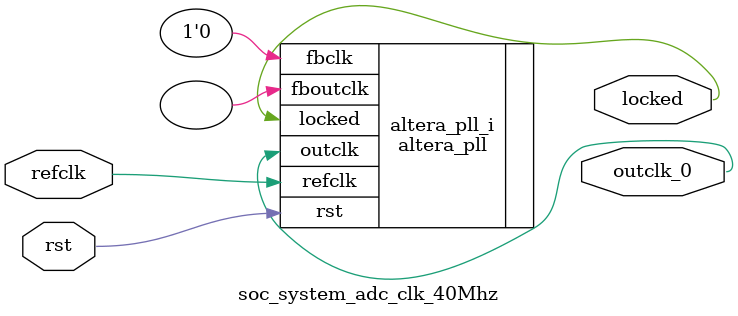
<source format=v>
`timescale 1ns/10ps
module  soc_system_adc_clk_40Mhz(

	// interface 'refclk'
	input wire refclk,

	// interface 'reset'
	input wire rst,

	// interface 'outclk0'
	output wire outclk_0,

	// interface 'locked'
	output wire locked
);

	altera_pll #(
		.fractional_vco_multiplier("false"),
		.reference_clock_frequency("50.0 MHz"),
		.operation_mode("direct"),
		.number_of_clocks(1),
		.output_clock_frequency0("40.000000 MHz"),
		.phase_shift0("0 ps"),
		.duty_cycle0(50),
		.output_clock_frequency1("0 MHz"),
		.phase_shift1("0 ps"),
		.duty_cycle1(50),
		.output_clock_frequency2("0 MHz"),
		.phase_shift2("0 ps"),
		.duty_cycle2(50),
		.output_clock_frequency3("0 MHz"),
		.phase_shift3("0 ps"),
		.duty_cycle3(50),
		.output_clock_frequency4("0 MHz"),
		.phase_shift4("0 ps"),
		.duty_cycle4(50),
		.output_clock_frequency5("0 MHz"),
		.phase_shift5("0 ps"),
		.duty_cycle5(50),
		.output_clock_frequency6("0 MHz"),
		.phase_shift6("0 ps"),
		.duty_cycle6(50),
		.output_clock_frequency7("0 MHz"),
		.phase_shift7("0 ps"),
		.duty_cycle7(50),
		.output_clock_frequency8("0 MHz"),
		.phase_shift8("0 ps"),
		.duty_cycle8(50),
		.output_clock_frequency9("0 MHz"),
		.phase_shift9("0 ps"),
		.duty_cycle9(50),
		.output_clock_frequency10("0 MHz"),
		.phase_shift10("0 ps"),
		.duty_cycle10(50),
		.output_clock_frequency11("0 MHz"),
		.phase_shift11("0 ps"),
		.duty_cycle11(50),
		.output_clock_frequency12("0 MHz"),
		.phase_shift12("0 ps"),
		.duty_cycle12(50),
		.output_clock_frequency13("0 MHz"),
		.phase_shift13("0 ps"),
		.duty_cycle13(50),
		.output_clock_frequency14("0 MHz"),
		.phase_shift14("0 ps"),
		.duty_cycle14(50),
		.output_clock_frequency15("0 MHz"),
		.phase_shift15("0 ps"),
		.duty_cycle15(50),
		.output_clock_frequency16("0 MHz"),
		.phase_shift16("0 ps"),
		.duty_cycle16(50),
		.output_clock_frequency17("0 MHz"),
		.phase_shift17("0 ps"),
		.duty_cycle17(50),
		.pll_type("General"),
		.pll_subtype("General")
	) altera_pll_i (
		.rst	(rst),
		.outclk	({outclk_0}),
		.locked	(locked),
		.fboutclk	( ),
		.fbclk	(1'b0),
		.refclk	(refclk)
	);
endmodule


</source>
